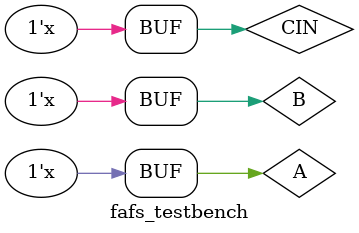
<source format=v>
module fafs_testbench();
wire SUM,COUT;
reg A,B,CIN;
full_adder fa1(.a(A),.b(B),.cin(CIN),.sum(SUM),.cout(COUT));
initial
begin
A=1'b0;
B=1'b0;
CIN=1'b0;
end
always #20 CIN=~CIN;
always #10 B=~B;
always #5 A=~A; 
endmodule

</source>
